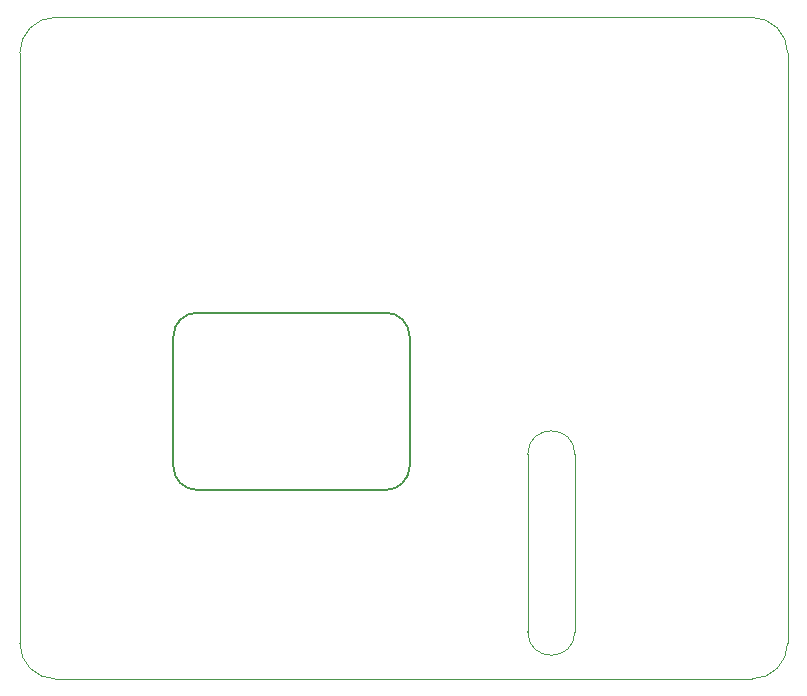
<source format=gm1>
G04 #@! TF.GenerationSoftware,KiCad,Pcbnew,(5.1.0)-1*
G04 #@! TF.CreationDate,2019-03-23T08:59:44+11:00*
G04 #@! TF.ProjectId,VeinCamHat,5665696e-4361-46d4-9861-742e6b696361,rev?*
G04 #@! TF.SameCoordinates,Original*
G04 #@! TF.FileFunction,Profile,NP*
%FSLAX46Y46*%
G04 Gerber Fmt 4.6, Leading zero omitted, Abs format (unit mm)*
G04 Created by KiCad (PCBNEW (5.1.0)-1) date 2019-03-23 08:59:44*
%MOMM*%
%LPD*%
G04 APERTURE LIST*
%ADD10C,0.100000*%
%ADD11C,0.150000*%
G04 APERTURE END LIST*
D10*
X247000000Y-146000000D02*
G75*
G02X243000000Y-146000000I-2000000J0D01*
G01*
X243000000Y-131000000D02*
G75*
G02X247000000Y-131000000I2000000J0D01*
G01*
X200000000Y-147000000D02*
X200000000Y-97000000D01*
X243000000Y-146000000D02*
X243000000Y-131000000D01*
X247000000Y-131000000D02*
X247000000Y-146000000D01*
X265000000Y-97000000D02*
G75*
G03X262000000Y-94000000I-3000000J0D01*
G01*
X262000000Y-150000000D02*
G75*
G03X265000000Y-147000000I0J3000000D01*
G01*
X200000000Y-147000000D02*
G75*
G03X203000000Y-150000000I3000000J0D01*
G01*
X203000000Y-94000000D02*
G75*
G03X200000000Y-97000000I0J-3000000D01*
G01*
X262000000Y-94000000D02*
X203000000Y-94000000D01*
X265000000Y-147000000D02*
X265000000Y-97000000D01*
X203000000Y-150000000D02*
X262000000Y-150000000D01*
D11*
X233000000Y-132000000D02*
G75*
G02X231000000Y-134000000I-2000000J0D01*
G01*
X231000000Y-119000000D02*
G75*
G02X233000000Y-121000000I0J-2000000D01*
G01*
X213000000Y-121000000D02*
G75*
G02X215000000Y-119000000I2000000J0D01*
G01*
X215000000Y-134000000D02*
G75*
G02X213000000Y-132000000I0J2000000D01*
G01*
X231000000Y-119000000D02*
X215000000Y-119000000D01*
X233000000Y-132000000D02*
X233000000Y-121000000D01*
X215000000Y-134000000D02*
X231000000Y-134000000D01*
X213000000Y-121000000D02*
X213000000Y-132000000D01*
M02*

</source>
